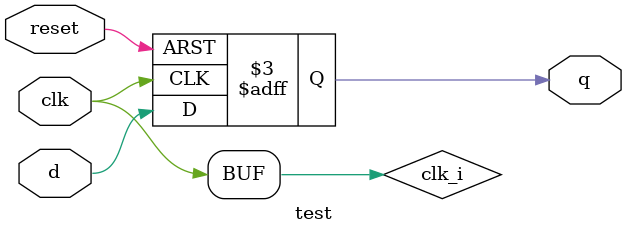
<source format=v>
module test (q, clk, reset, d);
output q;
input clk, reset, d;
reg q;
wire clk, reset, d;
wire clk_i;
buf U_buf_1(clk_i, clk);//warning on "clk_i", clk_i is drived
//by a buffer
always @( posedge clk_i or negedge reset )
if (~reset )
q <= 1'b0;
else
q <= d;
endmodule


</source>
